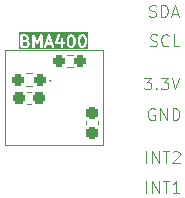
<source format=gto>
G04 #@! TF.GenerationSoftware,KiCad,Pcbnew,8.0.5*
G04 #@! TF.CreationDate,2024-10-06T10:53:57+02:00*
G04 #@! TF.ProjectId,BMA400-breakout,424d4134-3030-42d6-9272-65616b6f7574,rev?*
G04 #@! TF.SameCoordinates,Original*
G04 #@! TF.FileFunction,Legend,Top*
G04 #@! TF.FilePolarity,Positive*
%FSLAX46Y46*%
G04 Gerber Fmt 4.6, Leading zero omitted, Abs format (unit mm)*
G04 Created by KiCad (PCBNEW 8.0.5) date 2024-10-06 10:53:57*
%MOMM*%
%LPD*%
G01*
G04 APERTURE LIST*
G04 Aperture macros list*
%AMRoundRect*
0 Rectangle with rounded corners*
0 $1 Rounding radius*
0 $2 $3 $4 $5 $6 $7 $8 $9 X,Y pos of 4 corners*
0 Add a 4 corners polygon primitive as box body*
4,1,4,$2,$3,$4,$5,$6,$7,$8,$9,$2,$3,0*
0 Add four circle primitives for the rounded corners*
1,1,$1+$1,$2,$3*
1,1,$1+$1,$4,$5*
1,1,$1+$1,$6,$7*
1,1,$1+$1,$8,$9*
0 Add four rect primitives between the rounded corners*
20,1,$1+$1,$2,$3,$4,$5,0*
20,1,$1+$1,$4,$5,$6,$7,0*
20,1,$1+$1,$6,$7,$8,$9,0*
20,1,$1+$1,$8,$9,$2,$3,0*%
G04 Aperture macros list end*
%ADD10C,0.100000*%
%ADD11C,0.125000*%
%ADD12C,0.200000*%
%ADD13C,0.120000*%
%ADD14R,0.800000X0.280000*%
%ADD15R,0.280000X0.800000*%
%ADD16C,1.700000*%
%ADD17O,1.700000X1.700000*%
%ADD18RoundRect,0.237500X0.250000X0.237500X-0.250000X0.237500X-0.250000X-0.237500X0.250000X-0.237500X0*%
%ADD19RoundRect,0.237500X-0.250000X-0.237500X0.250000X-0.237500X0.250000X0.237500X-0.250000X0.237500X0*%
%ADD20RoundRect,0.237500X0.300000X0.237500X-0.300000X0.237500X-0.300000X-0.237500X0.300000X-0.237500X0*%
%ADD21RoundRect,0.237500X-0.237500X0.300000X-0.237500X-0.300000X0.237500X-0.300000X0.237500X0.300000X0*%
%ADD22R,1.700000X1.700000*%
G04 APERTURE END LIST*
D10*
X99050000Y-68910000D02*
X107390000Y-68910000D01*
X107390000Y-76960000D01*
X99050000Y-76960000D01*
X99050000Y-68910000D01*
D11*
X111020331Y-78501119D02*
X111020331Y-77501119D01*
X111496521Y-78501119D02*
X111496521Y-77501119D01*
X111496521Y-77501119D02*
X112067949Y-78501119D01*
X112067949Y-78501119D02*
X112067949Y-77501119D01*
X112401283Y-77501119D02*
X112972711Y-77501119D01*
X112686997Y-78501119D02*
X112686997Y-77501119D01*
X113258426Y-77596357D02*
X113306045Y-77548738D01*
X113306045Y-77548738D02*
X113401283Y-77501119D01*
X113401283Y-77501119D02*
X113639378Y-77501119D01*
X113639378Y-77501119D02*
X113734616Y-77548738D01*
X113734616Y-77548738D02*
X113782235Y-77596357D01*
X113782235Y-77596357D02*
X113829854Y-77691595D01*
X113829854Y-77691595D02*
X113829854Y-77786833D01*
X113829854Y-77786833D02*
X113782235Y-77929690D01*
X113782235Y-77929690D02*
X113210807Y-78501119D01*
X113210807Y-78501119D02*
X113829854Y-78501119D01*
X110815093Y-71271119D02*
X111434140Y-71271119D01*
X111434140Y-71271119D02*
X111100807Y-71652071D01*
X111100807Y-71652071D02*
X111243664Y-71652071D01*
X111243664Y-71652071D02*
X111338902Y-71699690D01*
X111338902Y-71699690D02*
X111386521Y-71747309D01*
X111386521Y-71747309D02*
X111434140Y-71842547D01*
X111434140Y-71842547D02*
X111434140Y-72080642D01*
X111434140Y-72080642D02*
X111386521Y-72175880D01*
X111386521Y-72175880D02*
X111338902Y-72223500D01*
X111338902Y-72223500D02*
X111243664Y-72271119D01*
X111243664Y-72271119D02*
X110957950Y-72271119D01*
X110957950Y-72271119D02*
X110862712Y-72223500D01*
X110862712Y-72223500D02*
X110815093Y-72175880D01*
X111862712Y-72175880D02*
X111910331Y-72223500D01*
X111910331Y-72223500D02*
X111862712Y-72271119D01*
X111862712Y-72271119D02*
X111815093Y-72223500D01*
X111815093Y-72223500D02*
X111862712Y-72175880D01*
X111862712Y-72175880D02*
X111862712Y-72271119D01*
X112243664Y-71271119D02*
X112862711Y-71271119D01*
X112862711Y-71271119D02*
X112529378Y-71652071D01*
X112529378Y-71652071D02*
X112672235Y-71652071D01*
X112672235Y-71652071D02*
X112767473Y-71699690D01*
X112767473Y-71699690D02*
X112815092Y-71747309D01*
X112815092Y-71747309D02*
X112862711Y-71842547D01*
X112862711Y-71842547D02*
X112862711Y-72080642D01*
X112862711Y-72080642D02*
X112815092Y-72175880D01*
X112815092Y-72175880D02*
X112767473Y-72223500D01*
X112767473Y-72223500D02*
X112672235Y-72271119D01*
X112672235Y-72271119D02*
X112386521Y-72271119D01*
X112386521Y-72271119D02*
X112291283Y-72223500D01*
X112291283Y-72223500D02*
X112243664Y-72175880D01*
X113148426Y-71271119D02*
X113481759Y-72271119D01*
X113481759Y-72271119D02*
X113815092Y-71271119D01*
X111714140Y-73918738D02*
X111618902Y-73871119D01*
X111618902Y-73871119D02*
X111476045Y-73871119D01*
X111476045Y-73871119D02*
X111333188Y-73918738D01*
X111333188Y-73918738D02*
X111237950Y-74013976D01*
X111237950Y-74013976D02*
X111190331Y-74109214D01*
X111190331Y-74109214D02*
X111142712Y-74299690D01*
X111142712Y-74299690D02*
X111142712Y-74442547D01*
X111142712Y-74442547D02*
X111190331Y-74633023D01*
X111190331Y-74633023D02*
X111237950Y-74728261D01*
X111237950Y-74728261D02*
X111333188Y-74823500D01*
X111333188Y-74823500D02*
X111476045Y-74871119D01*
X111476045Y-74871119D02*
X111571283Y-74871119D01*
X111571283Y-74871119D02*
X111714140Y-74823500D01*
X111714140Y-74823500D02*
X111761759Y-74775880D01*
X111761759Y-74775880D02*
X111761759Y-74442547D01*
X111761759Y-74442547D02*
X111571283Y-74442547D01*
X112190331Y-74871119D02*
X112190331Y-73871119D01*
X112190331Y-73871119D02*
X112761759Y-74871119D01*
X112761759Y-74871119D02*
X112761759Y-73871119D01*
X113237950Y-74871119D02*
X113237950Y-73871119D01*
X113237950Y-73871119D02*
X113476045Y-73871119D01*
X113476045Y-73871119D02*
X113618902Y-73918738D01*
X113618902Y-73918738D02*
X113714140Y-74013976D01*
X113714140Y-74013976D02*
X113761759Y-74109214D01*
X113761759Y-74109214D02*
X113809378Y-74299690D01*
X113809378Y-74299690D02*
X113809378Y-74442547D01*
X113809378Y-74442547D02*
X113761759Y-74633023D01*
X113761759Y-74633023D02*
X113714140Y-74728261D01*
X113714140Y-74728261D02*
X113618902Y-74823500D01*
X113618902Y-74823500D02*
X113476045Y-74871119D01*
X113476045Y-74871119D02*
X113237950Y-74871119D01*
X111010331Y-81001119D02*
X111010331Y-80001119D01*
X111486521Y-81001119D02*
X111486521Y-80001119D01*
X111486521Y-80001119D02*
X112057949Y-81001119D01*
X112057949Y-81001119D02*
X112057949Y-80001119D01*
X112391283Y-80001119D02*
X112962711Y-80001119D01*
X112676997Y-81001119D02*
X112676997Y-80001119D01*
X113819854Y-81001119D02*
X113248426Y-81001119D01*
X113534140Y-81001119D02*
X113534140Y-80001119D01*
X113534140Y-80001119D02*
X113438902Y-80143976D01*
X113438902Y-80143976D02*
X113343664Y-80239214D01*
X113343664Y-80239214D02*
X113248426Y-80286833D01*
X111282712Y-66093500D02*
X111425569Y-66141119D01*
X111425569Y-66141119D02*
X111663664Y-66141119D01*
X111663664Y-66141119D02*
X111758902Y-66093500D01*
X111758902Y-66093500D02*
X111806521Y-66045880D01*
X111806521Y-66045880D02*
X111854140Y-65950642D01*
X111854140Y-65950642D02*
X111854140Y-65855404D01*
X111854140Y-65855404D02*
X111806521Y-65760166D01*
X111806521Y-65760166D02*
X111758902Y-65712547D01*
X111758902Y-65712547D02*
X111663664Y-65664928D01*
X111663664Y-65664928D02*
X111473188Y-65617309D01*
X111473188Y-65617309D02*
X111377950Y-65569690D01*
X111377950Y-65569690D02*
X111330331Y-65522071D01*
X111330331Y-65522071D02*
X111282712Y-65426833D01*
X111282712Y-65426833D02*
X111282712Y-65331595D01*
X111282712Y-65331595D02*
X111330331Y-65236357D01*
X111330331Y-65236357D02*
X111377950Y-65188738D01*
X111377950Y-65188738D02*
X111473188Y-65141119D01*
X111473188Y-65141119D02*
X111711283Y-65141119D01*
X111711283Y-65141119D02*
X111854140Y-65188738D01*
X112282712Y-66141119D02*
X112282712Y-65141119D01*
X112282712Y-65141119D02*
X112520807Y-65141119D01*
X112520807Y-65141119D02*
X112663664Y-65188738D01*
X112663664Y-65188738D02*
X112758902Y-65283976D01*
X112758902Y-65283976D02*
X112806521Y-65379214D01*
X112806521Y-65379214D02*
X112854140Y-65569690D01*
X112854140Y-65569690D02*
X112854140Y-65712547D01*
X112854140Y-65712547D02*
X112806521Y-65903023D01*
X112806521Y-65903023D02*
X112758902Y-65998261D01*
X112758902Y-65998261D02*
X112663664Y-66093500D01*
X112663664Y-66093500D02*
X112520807Y-66141119D01*
X112520807Y-66141119D02*
X112282712Y-66141119D01*
X113235093Y-65855404D02*
X113711283Y-65855404D01*
X113139855Y-66141119D02*
X113473188Y-65141119D01*
X113473188Y-65141119D02*
X113806521Y-66141119D01*
D12*
G36*
X100883273Y-68288430D02*
G01*
X100902725Y-68307882D01*
X100932530Y-68367492D01*
X100932530Y-68463135D01*
X100902725Y-68522743D01*
X100878056Y-68547413D01*
X100818447Y-68577219D01*
X100561102Y-68577219D01*
X100561102Y-68253409D01*
X100778208Y-68253409D01*
X100883273Y-68288430D01*
G37*
G36*
X100830437Y-67807024D02*
G01*
X100855106Y-67831692D01*
X100884911Y-67891302D01*
X100884911Y-67939326D01*
X100855106Y-67998935D01*
X100830437Y-68023603D01*
X100770828Y-68053409D01*
X100561102Y-68053409D01*
X100561102Y-67777219D01*
X100770828Y-67777219D01*
X100830437Y-67807024D01*
G37*
G36*
X104735199Y-67807024D02*
G01*
X104759868Y-67831692D01*
X104795321Y-67902599D01*
X104837292Y-68070480D01*
X104837292Y-68283956D01*
X104795321Y-68451837D01*
X104759868Y-68522743D01*
X104735199Y-68547413D01*
X104675590Y-68577219D01*
X104627566Y-68577219D01*
X104567956Y-68547414D01*
X104543289Y-68522746D01*
X104507834Y-68451837D01*
X104465864Y-68283956D01*
X104465864Y-68070481D01*
X104507834Y-67902599D01*
X104543288Y-67831692D01*
X104567956Y-67807023D01*
X104627566Y-67777219D01*
X104675590Y-67777219D01*
X104735199Y-67807024D01*
G37*
G36*
X105687580Y-67807024D02*
G01*
X105712249Y-67831692D01*
X105747702Y-67902599D01*
X105789673Y-68070480D01*
X105789673Y-68283956D01*
X105747702Y-68451837D01*
X105712249Y-68522743D01*
X105687580Y-68547413D01*
X105627971Y-68577219D01*
X105579947Y-68577219D01*
X105520337Y-68547414D01*
X105495670Y-68522746D01*
X105460215Y-68451837D01*
X105418245Y-68283956D01*
X105418245Y-68070481D01*
X105460215Y-67902599D01*
X105495669Y-67831692D01*
X105520337Y-67807023D01*
X105579947Y-67777219D01*
X105627971Y-67777219D01*
X105687580Y-67807024D01*
G37*
G36*
X102893788Y-68291504D02*
G01*
X102695083Y-68291504D01*
X102794435Y-67993446D01*
X102893788Y-68291504D01*
G37*
G36*
X106100784Y-68888330D02*
G01*
X100249991Y-68888330D01*
X100249991Y-67677219D01*
X100361102Y-67677219D01*
X100361102Y-68677219D01*
X100363023Y-68696728D01*
X100377955Y-68732776D01*
X100405545Y-68760366D01*
X100441593Y-68775298D01*
X100461102Y-68777219D01*
X100842054Y-68777219D01*
X100861563Y-68775298D01*
X100864883Y-68773922D01*
X100868467Y-68773668D01*
X100886775Y-68766662D01*
X100982013Y-68719043D01*
X100990408Y-68713758D01*
X100992850Y-68712747D01*
X100995597Y-68710491D01*
X100998603Y-68708600D01*
X101000333Y-68706605D01*
X101008003Y-68700310D01*
X101055622Y-68652690D01*
X101061914Y-68645023D01*
X101063911Y-68643292D01*
X101065804Y-68640284D01*
X101068059Y-68637537D01*
X101069070Y-68635095D01*
X101074354Y-68626701D01*
X101121973Y-68531464D01*
X101128979Y-68513155D01*
X101129233Y-68509571D01*
X101130609Y-68506251D01*
X101132530Y-68486742D01*
X101132530Y-68343885D01*
X101130609Y-68324376D01*
X101129233Y-68321055D01*
X101128979Y-68317472D01*
X101121973Y-68299163D01*
X101074354Y-68203926D01*
X101069068Y-68195529D01*
X101068058Y-68193089D01*
X101065804Y-68190343D01*
X101063911Y-68187335D01*
X101061913Y-68185602D01*
X101055621Y-68177936D01*
X101008003Y-68130317D01*
X101007214Y-68129669D01*
X101008002Y-68128882D01*
X101014294Y-68121215D01*
X101016292Y-68119483D01*
X101018185Y-68116474D01*
X101020439Y-68113729D01*
X101021449Y-68111288D01*
X101026735Y-68102892D01*
X101074354Y-68007655D01*
X101081360Y-67989346D01*
X101081614Y-67985762D01*
X101082990Y-67982442D01*
X101084911Y-67962933D01*
X101084911Y-67867695D01*
X101082990Y-67848186D01*
X101081614Y-67844865D01*
X101081360Y-67841282D01*
X101074354Y-67822973D01*
X101026735Y-67727736D01*
X101021449Y-67719339D01*
X101020439Y-67716899D01*
X101018185Y-67714153D01*
X101016292Y-67711145D01*
X101014294Y-67709412D01*
X101008002Y-67701746D01*
X100983476Y-67677219D01*
X101361102Y-67677219D01*
X101361102Y-68677219D01*
X101363023Y-68696728D01*
X101377955Y-68732776D01*
X101405545Y-68760366D01*
X101441593Y-68775298D01*
X101480611Y-68775298D01*
X101516659Y-68760366D01*
X101544249Y-68732776D01*
X101559181Y-68696728D01*
X101561102Y-68677219D01*
X101561102Y-68127975D01*
X101703817Y-68433793D01*
X101708049Y-68440938D01*
X101708929Y-68443356D01*
X101710494Y-68445065D01*
X101713808Y-68450659D01*
X101725018Y-68460925D01*
X101735280Y-68472131D01*
X101739305Y-68474009D01*
X101742583Y-68477011D01*
X101756865Y-68482204D01*
X101770638Y-68488632D01*
X101775077Y-68488827D01*
X101779252Y-68490345D01*
X101794435Y-68489677D01*
X101809618Y-68490345D01*
X101813791Y-68488827D01*
X101818233Y-68488632D01*
X101832017Y-68482199D01*
X101846287Y-68477010D01*
X101849560Y-68474012D01*
X101853590Y-68472132D01*
X101863859Y-68460917D01*
X101875062Y-68450659D01*
X101878373Y-68445068D01*
X101879942Y-68443356D01*
X101880822Y-68440934D01*
X101885053Y-68433793D01*
X102027768Y-68127974D01*
X102027768Y-68677219D01*
X102029689Y-68696728D01*
X102044621Y-68732776D01*
X102072211Y-68760366D01*
X102108259Y-68775298D01*
X102147277Y-68775298D01*
X102183325Y-68760366D01*
X102210915Y-68732776D01*
X102225847Y-68696728D01*
X102227768Y-68677219D01*
X102227768Y-68664712D01*
X102361887Y-68664712D01*
X102364653Y-68703632D01*
X102382103Y-68738531D01*
X102411579Y-68764096D01*
X102448595Y-68776434D01*
X102487515Y-68773668D01*
X102522414Y-68756218D01*
X102547979Y-68726742D01*
X102555970Y-68708842D01*
X102628416Y-68491504D01*
X102960454Y-68491504D01*
X103032900Y-68708841D01*
X103040891Y-68726742D01*
X103066456Y-68756218D01*
X103101355Y-68773667D01*
X103140275Y-68776434D01*
X103177291Y-68764095D01*
X103206767Y-68738530D01*
X103224217Y-68703631D01*
X103226983Y-68664711D01*
X103222636Y-68645596D01*
X103117897Y-68331378D01*
X103314268Y-68331378D01*
X103315404Y-68347362D01*
X103315404Y-68363394D01*
X103316779Y-68366714D01*
X103317034Y-68370298D01*
X103324201Y-68384633D01*
X103330336Y-68399442D01*
X103332876Y-68401982D01*
X103334484Y-68405197D01*
X103346595Y-68415701D01*
X103357926Y-68427032D01*
X103361244Y-68428406D01*
X103363960Y-68430762D01*
X103379169Y-68435831D01*
X103393974Y-68441964D01*
X103399074Y-68442466D01*
X103400976Y-68443100D01*
X103403609Y-68442912D01*
X103413483Y-68443885D01*
X103789673Y-68443885D01*
X103789673Y-68677219D01*
X103791594Y-68696728D01*
X103806526Y-68732776D01*
X103834116Y-68760366D01*
X103870164Y-68775298D01*
X103909182Y-68775298D01*
X103945230Y-68760366D01*
X103972820Y-68732776D01*
X103987752Y-68696728D01*
X103989673Y-68677219D01*
X103989673Y-68443885D01*
X104032530Y-68443885D01*
X104052039Y-68441964D01*
X104088087Y-68427032D01*
X104115677Y-68399442D01*
X104130609Y-68363394D01*
X104130609Y-68324376D01*
X104115677Y-68288328D01*
X104088087Y-68260738D01*
X104052039Y-68245806D01*
X104032530Y-68243885D01*
X103989673Y-68243885D01*
X103989673Y-68058171D01*
X104265864Y-68058171D01*
X104265864Y-68296266D01*
X104266199Y-68299668D01*
X104265982Y-68301127D01*
X104267061Y-68308424D01*
X104267785Y-68315775D01*
X104268349Y-68317138D01*
X104268850Y-68320520D01*
X104316469Y-68510995D01*
X104316982Y-68512432D01*
X104317034Y-68513155D01*
X104320142Y-68521279D01*
X104323064Y-68529456D01*
X104323494Y-68530036D01*
X104324040Y-68531463D01*
X104371659Y-68626701D01*
X104376942Y-68635093D01*
X104377954Y-68637537D01*
X104380210Y-68640286D01*
X104382102Y-68643291D01*
X104384096Y-68645020D01*
X104390391Y-68652690D01*
X104438009Y-68700310D01*
X104445677Y-68706603D01*
X104447409Y-68708600D01*
X104450417Y-68710493D01*
X104453163Y-68712747D01*
X104455603Y-68713757D01*
X104464000Y-68719043D01*
X104559237Y-68766662D01*
X104577546Y-68773668D01*
X104581129Y-68773922D01*
X104584450Y-68775298D01*
X104603959Y-68777219D01*
X104699197Y-68777219D01*
X104718706Y-68775298D01*
X104722026Y-68773922D01*
X104725610Y-68773668D01*
X104743918Y-68766662D01*
X104839156Y-68719043D01*
X104847551Y-68713758D01*
X104849993Y-68712747D01*
X104852740Y-68710491D01*
X104855746Y-68708600D01*
X104857476Y-68706605D01*
X104865146Y-68700310D01*
X104912765Y-68652690D01*
X104919057Y-68645023D01*
X104921054Y-68643292D01*
X104922947Y-68640284D01*
X104925202Y-68637537D01*
X104926213Y-68635095D01*
X104931497Y-68626701D01*
X104979116Y-68531464D01*
X104979662Y-68530035D01*
X104980092Y-68529456D01*
X104983013Y-68521279D01*
X104986122Y-68513155D01*
X104986173Y-68512434D01*
X104986687Y-68510996D01*
X105034306Y-68320520D01*
X105034806Y-68317138D01*
X105035371Y-68315775D01*
X105036094Y-68308424D01*
X105037174Y-68301127D01*
X105036956Y-68299668D01*
X105037292Y-68296266D01*
X105037292Y-68058171D01*
X105218245Y-68058171D01*
X105218245Y-68296266D01*
X105218580Y-68299668D01*
X105218363Y-68301127D01*
X105219442Y-68308424D01*
X105220166Y-68315775D01*
X105220730Y-68317138D01*
X105221231Y-68320520D01*
X105268850Y-68510995D01*
X105269363Y-68512432D01*
X105269415Y-68513155D01*
X105272523Y-68521279D01*
X105275445Y-68529456D01*
X105275875Y-68530036D01*
X105276421Y-68531463D01*
X105324040Y-68626701D01*
X105329323Y-68635093D01*
X105330335Y-68637537D01*
X105332591Y-68640286D01*
X105334483Y-68643291D01*
X105336477Y-68645020D01*
X105342772Y-68652690D01*
X105390390Y-68700310D01*
X105398058Y-68706603D01*
X105399790Y-68708600D01*
X105402798Y-68710493D01*
X105405544Y-68712747D01*
X105407984Y-68713757D01*
X105416381Y-68719043D01*
X105511618Y-68766662D01*
X105529927Y-68773668D01*
X105533510Y-68773922D01*
X105536831Y-68775298D01*
X105556340Y-68777219D01*
X105651578Y-68777219D01*
X105671087Y-68775298D01*
X105674407Y-68773922D01*
X105677991Y-68773668D01*
X105696299Y-68766662D01*
X105791537Y-68719043D01*
X105799932Y-68713758D01*
X105802374Y-68712747D01*
X105805121Y-68710491D01*
X105808127Y-68708600D01*
X105809857Y-68706605D01*
X105817527Y-68700310D01*
X105865146Y-68652690D01*
X105871438Y-68645023D01*
X105873435Y-68643292D01*
X105875328Y-68640284D01*
X105877583Y-68637537D01*
X105878594Y-68635095D01*
X105883878Y-68626701D01*
X105931497Y-68531464D01*
X105932043Y-68530035D01*
X105932473Y-68529456D01*
X105935394Y-68521279D01*
X105938503Y-68513155D01*
X105938554Y-68512434D01*
X105939068Y-68510996D01*
X105986687Y-68320520D01*
X105987187Y-68317138D01*
X105987752Y-68315775D01*
X105988475Y-68308424D01*
X105989555Y-68301127D01*
X105989337Y-68299668D01*
X105989673Y-68296266D01*
X105989673Y-68058171D01*
X105989337Y-68054768D01*
X105989555Y-68053310D01*
X105988475Y-68046012D01*
X105987752Y-68038662D01*
X105987187Y-68037298D01*
X105986687Y-68033917D01*
X105939068Y-67843441D01*
X105938554Y-67842002D01*
X105938503Y-67841282D01*
X105935394Y-67833157D01*
X105932473Y-67824981D01*
X105932043Y-67824401D01*
X105931497Y-67822973D01*
X105883878Y-67727736D01*
X105878592Y-67719339D01*
X105877582Y-67716899D01*
X105875328Y-67714153D01*
X105873435Y-67711145D01*
X105871437Y-67709412D01*
X105865145Y-67701746D01*
X105817527Y-67654127D01*
X105809856Y-67647832D01*
X105808127Y-67645838D01*
X105805119Y-67643944D01*
X105802373Y-67641691D01*
X105799933Y-67640680D01*
X105791537Y-67635395D01*
X105696299Y-67587776D01*
X105677991Y-67580770D01*
X105674407Y-67580515D01*
X105671087Y-67579140D01*
X105651578Y-67577219D01*
X105556340Y-67577219D01*
X105536831Y-67579140D01*
X105533510Y-67580515D01*
X105529927Y-67580770D01*
X105511618Y-67587776D01*
X105416381Y-67635395D01*
X105407984Y-67640680D01*
X105405544Y-67641691D01*
X105402798Y-67643944D01*
X105399790Y-67645838D01*
X105398057Y-67647835D01*
X105390391Y-67654128D01*
X105342772Y-67701746D01*
X105336477Y-67709416D01*
X105334483Y-67711146D01*
X105332589Y-67714153D01*
X105330336Y-67716900D01*
X105329325Y-67719339D01*
X105324040Y-67727736D01*
X105276421Y-67822974D01*
X105275875Y-67824400D01*
X105275445Y-67824981D01*
X105272523Y-67833157D01*
X105269415Y-67841282D01*
X105269363Y-67842004D01*
X105268850Y-67843442D01*
X105221231Y-68033917D01*
X105220730Y-68037298D01*
X105220166Y-68038662D01*
X105219442Y-68046012D01*
X105218363Y-68053310D01*
X105218580Y-68054768D01*
X105218245Y-68058171D01*
X105037292Y-68058171D01*
X105036956Y-68054768D01*
X105037174Y-68053310D01*
X105036094Y-68046012D01*
X105035371Y-68038662D01*
X105034806Y-68037298D01*
X105034306Y-68033917D01*
X104986687Y-67843441D01*
X104986173Y-67842002D01*
X104986122Y-67841282D01*
X104983013Y-67833157D01*
X104980092Y-67824981D01*
X104979662Y-67824401D01*
X104979116Y-67822973D01*
X104931497Y-67727736D01*
X104926211Y-67719339D01*
X104925201Y-67716899D01*
X104922947Y-67714153D01*
X104921054Y-67711145D01*
X104919056Y-67709412D01*
X104912764Y-67701746D01*
X104865146Y-67654127D01*
X104857475Y-67647832D01*
X104855746Y-67645838D01*
X104852738Y-67643944D01*
X104849992Y-67641691D01*
X104847552Y-67640680D01*
X104839156Y-67635395D01*
X104743918Y-67587776D01*
X104725610Y-67580770D01*
X104722026Y-67580515D01*
X104718706Y-67579140D01*
X104699197Y-67577219D01*
X104603959Y-67577219D01*
X104584450Y-67579140D01*
X104581129Y-67580515D01*
X104577546Y-67580770D01*
X104559237Y-67587776D01*
X104464000Y-67635395D01*
X104455603Y-67640680D01*
X104453163Y-67641691D01*
X104450417Y-67643944D01*
X104447409Y-67645838D01*
X104445676Y-67647835D01*
X104438010Y-67654128D01*
X104390391Y-67701746D01*
X104384096Y-67709416D01*
X104382102Y-67711146D01*
X104380208Y-67714153D01*
X104377955Y-67716900D01*
X104376944Y-67719339D01*
X104371659Y-67727736D01*
X104324040Y-67822974D01*
X104323494Y-67824400D01*
X104323064Y-67824981D01*
X104320142Y-67833157D01*
X104317034Y-67841282D01*
X104316982Y-67842004D01*
X104316469Y-67843442D01*
X104268850Y-68033917D01*
X104268349Y-68037298D01*
X104267785Y-68038662D01*
X104267061Y-68046012D01*
X104265982Y-68053310D01*
X104266199Y-68054768D01*
X104265864Y-68058171D01*
X103989673Y-68058171D01*
X103989673Y-68010552D01*
X103987752Y-67991043D01*
X103972820Y-67954995D01*
X103945230Y-67927405D01*
X103909182Y-67912473D01*
X103870164Y-67912473D01*
X103834116Y-67927405D01*
X103806526Y-67954995D01*
X103791594Y-67991043D01*
X103789673Y-68010552D01*
X103789673Y-68243885D01*
X103552225Y-68243885D01*
X103746446Y-67661223D01*
X103750793Y-67642108D01*
X103748027Y-67603188D01*
X103730577Y-67568289D01*
X103701101Y-67542724D01*
X103664085Y-67530385D01*
X103625165Y-67533152D01*
X103590266Y-67550601D01*
X103564701Y-67580077D01*
X103556710Y-67597978D01*
X103318615Y-68312262D01*
X103316415Y-68321933D01*
X103315404Y-68324376D01*
X103315404Y-68326382D01*
X103314268Y-68331378D01*
X103117897Y-68331378D01*
X102889303Y-67645596D01*
X102881312Y-67627696D01*
X102876627Y-67622294D01*
X102873434Y-67615908D01*
X102863965Y-67607695D01*
X102855747Y-67598220D01*
X102849355Y-67595023D01*
X102843958Y-67590343D01*
X102832064Y-67586378D01*
X102820848Y-67580770D01*
X102813720Y-67580263D01*
X102806942Y-67578004D01*
X102794437Y-67578893D01*
X102781928Y-67578004D01*
X102775146Y-67580264D01*
X102768022Y-67580771D01*
X102756813Y-67586374D01*
X102744912Y-67590342D01*
X102739511Y-67595025D01*
X102733123Y-67598220D01*
X102724907Y-67607691D01*
X102715436Y-67615907D01*
X102712241Y-67622296D01*
X102707558Y-67627696D01*
X102699567Y-67645597D01*
X102366234Y-68645596D01*
X102361887Y-68664712D01*
X102227768Y-68664712D01*
X102227768Y-67677219D01*
X102226505Y-67664395D01*
X102226609Y-67662036D01*
X102226148Y-67660768D01*
X102225847Y-67657710D01*
X102219206Y-67641679D01*
X102213275Y-67625367D01*
X102211768Y-67623721D01*
X102210915Y-67621662D01*
X102198653Y-67609400D01*
X102186923Y-67596591D01*
X102184899Y-67595646D01*
X102183325Y-67594072D01*
X102167309Y-67587437D01*
X102151566Y-67580091D01*
X102149336Y-67579993D01*
X102147277Y-67579140D01*
X102129925Y-67579140D01*
X102112585Y-67578378D01*
X102110489Y-67579140D01*
X102108259Y-67579140D01*
X102092228Y-67585780D01*
X102075916Y-67591712D01*
X102074270Y-67593218D01*
X102072211Y-67594072D01*
X102059943Y-67606339D01*
X102047141Y-67618064D01*
X102045574Y-67620708D01*
X102044621Y-67621662D01*
X102043717Y-67623843D01*
X102037150Y-67634930D01*
X101794434Y-68155033D01*
X101551720Y-67634930D01*
X101545152Y-67623843D01*
X101544249Y-67621662D01*
X101543295Y-67620708D01*
X101541729Y-67618064D01*
X101528932Y-67606345D01*
X101516659Y-67594072D01*
X101514597Y-67593218D01*
X101512954Y-67591713D01*
X101496652Y-67585784D01*
X101480611Y-67579140D01*
X101478380Y-67579140D01*
X101476285Y-67578378D01*
X101458945Y-67579140D01*
X101441593Y-67579140D01*
X101439533Y-67579993D01*
X101437305Y-67580091D01*
X101421574Y-67587432D01*
X101405545Y-67594072D01*
X101403968Y-67595648D01*
X101401947Y-67596592D01*
X101390228Y-67609388D01*
X101377955Y-67621662D01*
X101377101Y-67623723D01*
X101375596Y-67625367D01*
X101369667Y-67641668D01*
X101363023Y-67657710D01*
X101362721Y-67660768D01*
X101362261Y-67662036D01*
X101362364Y-67664395D01*
X101361102Y-67677219D01*
X100983476Y-67677219D01*
X100960384Y-67654127D01*
X100952713Y-67647832D01*
X100950984Y-67645838D01*
X100947976Y-67643944D01*
X100945230Y-67641691D01*
X100942790Y-67640680D01*
X100934394Y-67635395D01*
X100839156Y-67587776D01*
X100820848Y-67580770D01*
X100817264Y-67580515D01*
X100813944Y-67579140D01*
X100794435Y-67577219D01*
X100461102Y-67577219D01*
X100441593Y-67579140D01*
X100405545Y-67594072D01*
X100377955Y-67621662D01*
X100363023Y-67657710D01*
X100361102Y-67677219D01*
X100249991Y-67677219D01*
X100249991Y-67419274D01*
X106100784Y-67419274D01*
X106100784Y-68888330D01*
G37*
D11*
X111332712Y-68563500D02*
X111475569Y-68611119D01*
X111475569Y-68611119D02*
X111713664Y-68611119D01*
X111713664Y-68611119D02*
X111808902Y-68563500D01*
X111808902Y-68563500D02*
X111856521Y-68515880D01*
X111856521Y-68515880D02*
X111904140Y-68420642D01*
X111904140Y-68420642D02*
X111904140Y-68325404D01*
X111904140Y-68325404D02*
X111856521Y-68230166D01*
X111856521Y-68230166D02*
X111808902Y-68182547D01*
X111808902Y-68182547D02*
X111713664Y-68134928D01*
X111713664Y-68134928D02*
X111523188Y-68087309D01*
X111523188Y-68087309D02*
X111427950Y-68039690D01*
X111427950Y-68039690D02*
X111380331Y-67992071D01*
X111380331Y-67992071D02*
X111332712Y-67896833D01*
X111332712Y-67896833D02*
X111332712Y-67801595D01*
X111332712Y-67801595D02*
X111380331Y-67706357D01*
X111380331Y-67706357D02*
X111427950Y-67658738D01*
X111427950Y-67658738D02*
X111523188Y-67611119D01*
X111523188Y-67611119D02*
X111761283Y-67611119D01*
X111761283Y-67611119D02*
X111904140Y-67658738D01*
X112904140Y-68515880D02*
X112856521Y-68563500D01*
X112856521Y-68563500D02*
X112713664Y-68611119D01*
X112713664Y-68611119D02*
X112618426Y-68611119D01*
X112618426Y-68611119D02*
X112475569Y-68563500D01*
X112475569Y-68563500D02*
X112380331Y-68468261D01*
X112380331Y-68468261D02*
X112332712Y-68373023D01*
X112332712Y-68373023D02*
X112285093Y-68182547D01*
X112285093Y-68182547D02*
X112285093Y-68039690D01*
X112285093Y-68039690D02*
X112332712Y-67849214D01*
X112332712Y-67849214D02*
X112380331Y-67753976D01*
X112380331Y-67753976D02*
X112475569Y-67658738D01*
X112475569Y-67658738D02*
X112618426Y-67611119D01*
X112618426Y-67611119D02*
X112713664Y-67611119D01*
X112713664Y-67611119D02*
X112856521Y-67658738D01*
X112856521Y-67658738D02*
X112904140Y-67706357D01*
X113808902Y-68611119D02*
X113332712Y-68611119D01*
X113332712Y-68611119D02*
X113332712Y-67611119D01*
D12*
X102900189Y-71520859D02*
G75*
G02*
X102873509Y-71520859I-13340J0D01*
G01*
X102873509Y-71520859D02*
G75*
G02*
X102900189Y-71520859I13340J0D01*
G01*
D13*
X104784724Y-69327500D02*
X104275276Y-69327500D01*
X104784724Y-70372500D02*
X104275276Y-70372500D01*
X100812776Y-70917500D02*
X101322224Y-70917500D01*
X100812776Y-71962500D02*
X101322224Y-71962500D01*
X101216267Y-72450000D02*
X100923733Y-72450000D01*
X101216267Y-73470000D02*
X100923733Y-73470000D01*
X105920000Y-74943733D02*
X105920000Y-75236267D01*
X106940000Y-74943733D02*
X106940000Y-75236267D01*
%LPC*%
D14*
X103525340Y-71525000D03*
X103525340Y-72025000D03*
X103525340Y-72525000D03*
X103525340Y-73025000D03*
D15*
X104275340Y-73275000D03*
X104775340Y-73275000D03*
D14*
X105525340Y-73025000D03*
X105525340Y-72525000D03*
X105525340Y-72025000D03*
X105525340Y-71525000D03*
D15*
X104775340Y-71275000D03*
X104275340Y-71275000D03*
D16*
X115720000Y-65630000D03*
D17*
X115720000Y-68170000D03*
D18*
X105442500Y-69850000D03*
X103617500Y-69850000D03*
D19*
X100155000Y-71440000D03*
X101980000Y-71440000D03*
D20*
X101932500Y-72960000D03*
X100207500Y-72960000D03*
D21*
X106430000Y-74227500D03*
X106430000Y-75952500D03*
D16*
X115720000Y-71840000D03*
D22*
X115720000Y-74380000D03*
D16*
X115720000Y-80590000D03*
D17*
X115720000Y-78050000D03*
%LPD*%
M02*

</source>
